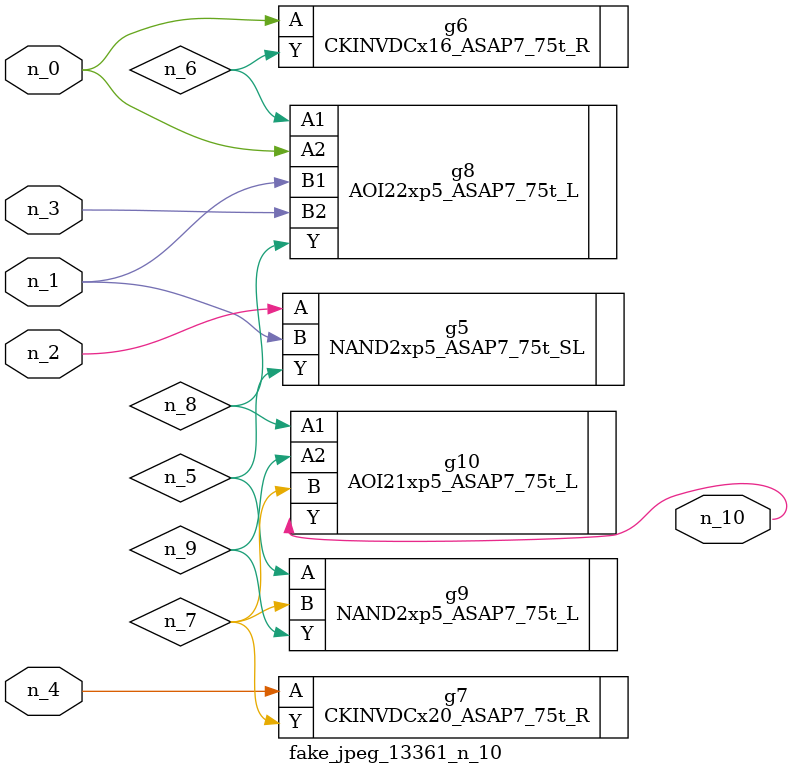
<source format=v>
module fake_jpeg_13361_n_10 (n_3, n_2, n_1, n_0, n_4, n_10);

input n_3;
input n_2;
input n_1;
input n_0;
input n_4;

output n_10;

wire n_8;
wire n_9;
wire n_6;
wire n_5;
wire n_7;

NAND2xp5_ASAP7_75t_SL g5 ( 
.A(n_2),
.B(n_1),
.Y(n_5)
);

CKINVDCx16_ASAP7_75t_R g6 ( 
.A(n_0),
.Y(n_6)
);

CKINVDCx20_ASAP7_75t_R g7 ( 
.A(n_4),
.Y(n_7)
);

AOI22xp5_ASAP7_75t_L g8 ( 
.A1(n_6),
.A2(n_0),
.B1(n_1),
.B2(n_3),
.Y(n_8)
);

AOI21xp5_ASAP7_75t_L g10 ( 
.A1(n_8),
.A2(n_9),
.B(n_7),
.Y(n_10)
);

NAND2xp5_ASAP7_75t_L g9 ( 
.A(n_5),
.B(n_7),
.Y(n_9)
);


endmodule
</source>
